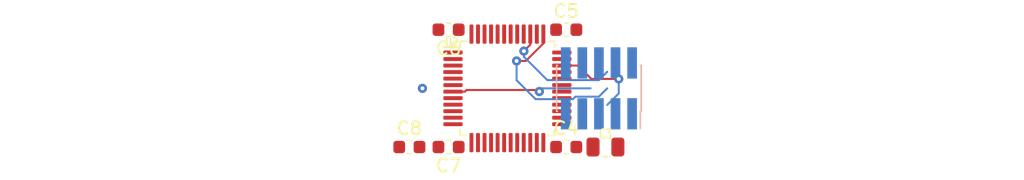
<source format=kicad_pcb>
(kicad_pcb (version 20240108) (generator "pcbnew") (generator_version "8.0")
  (layers (0 "F.Cu" signal "Front") (31 "B.Cu" signal "Back") (34 "B.Paste" user) (35 "F.Paste" user) (36 "B.SilkS" user "B.Silkscreen") (37 "F.SilkS" user "F.Silkscreen") (38 "B.Mask" user) (39 "F.Mask" user) (44 "Edge.Cuts" user))
  (net 0 "")
  (net 1 "usb.gnd")
  (net 2 "reg.pwr_out")
  (net 3 "led.signal")
  (net 4 "mcu.ic.osc.xtal_out")
  (net 5 "mcu.reset_node")
  (net 6 "mcu.ic.osc.xtal_in")
  (net 7 "mcu.swd.tdi")
  (net 8 "mcu.swd_node.swdio")
  (net 9 "mcu.swd_node.swclk")
  (net 10 "mcu.swd.swo")
  (net 11 "bad_new_net")
  (footprint "Capacitor_SMD:C_0603_1608Metric" (layer "F.Cu") (at 153 52.5)
    (property "Reference" "C8" (at 0 -1.43 0) (layer "F.SilkS"))
    (property "Value" "50V 1uF X5R ±10% 0603 Multilayer Ceramic Capacitors MLCC - SMD/SMT ROHS")
    (fp_line (start -0.14058 -0.51) (end 0.14058 -0.51) (stroke (width 0.12)) (layer "F.SilkS"))
    (fp_line (start -0.14058 0.51) (end 0.14058 0.51) (stroke (width 0.12)) (layer "F.SilkS"))
    (pad "1" smd roundrect (at -0.775 0) (size 0.9 0.95) (layers "F.Cu" "F.Paste" "F.Mask") (net 2 "reg.pwr_out"))
    (pad "2" smd roundrect (at 0.775 0) (size 0.9 0.95) (layers "F.Cu" "F.Paste" "F.Mask") (net 1 "usb.gnd"))
  )
  (footprint "Capacitor_SMD:C_0603_1608Metric" (layer "F.Cu") (at 156 43.5 180)
    (property "Reference" "C6" (at 0 -1.43 180) (layer "F.SilkS"))
    (property "Value" "50V 100nF X7R ±10% 0603 Multilayer Ceramic Capacitors MLCC - SMD/SMT ROHS")
    (fp_line (start -0.14058 0.51) (end 0.14058 0.51) (stroke (width 0.12)) (layer "F.SilkS"))
    (fp_line (start -0.14058 -0.51) (end 0.14058 -0.51) (stroke (width 0.12)) (layer "F.SilkS"))
    (pad "1" smd roundrect (at -0.775 0 180) (size 0.9 0.95) (layers "F.Cu" "F.Paste" "F.Mask") (net 2 "reg.pwr_out"))
    (pad "2" smd roundrect (at 0.775 0 180) (size 0.9 0.95) (layers "F.Cu" "F.Paste" "F.Mask") (net 1 "usb.gnd"))
  )
  (footprint "Capacitor_SMD:C_0805_2012Metric" (layer "F.Cu") (at 168 52.5)
    (property "Reference" "C3" (at 0 -1 0) (layer "F.SilkS") (effects (font (size 0.7 0.5) (thickness 0.1))))
    (property "Value" "25V 4.7uF X5R ±10% 0805 Multilayer Ceramic Capacitors MLCC - SMD/SMT ROHS")
    (fp_line (start -0.261252 -0.735) (end 0.261252 -0.735) (stroke (width 0.12)) (layer "F.SilkS"))
    (fp_line (start -0.261252 0.735) (end 0.261252 0.735) (stroke (width 0.12)) (layer "F.SilkS"))
    (pad "1" smd roundrect (at -0.95 0) (size 1 1.45) (layers "F.Cu" "F.Paste" "F.Mask") (net 2 "reg.pwr_out"))
    (pad "2" smd roundrect (at 0.95 0) (size 1 1.45) (layers "F.Cu" "F.Paste" "F.Mask") (net 1 "usb.gnd"))
  )
  (footprint "Package_QFP:LQFP-48_7x7mm_P0.5mm" (layer "F.Cu") (at 160.5 48)
    (property "Reference" "U2" (at -4.25 -3.5 0) (layer "F.SilkS") (effects (font (size 0.7 0.5) (thickness 0.1))))
    (property "Value" "STM32F103xxT6")
    (fp_line (start -3.61 -3.61) (end -3.61 -3.16) (stroke (width 0.12)) (layer "F.SilkS"))
    (fp_line (start -3.61 -3.16) (end -4.9 -3.16) (stroke (width 0.12)) (layer "F.SilkS"))
    (fp_line (start -3.61 3.61) (end -3.61 3.16) (stroke (width 0.12)) (layer "F.SilkS"))
    (fp_line (start -3.16 -3.61) (end -3.61 -3.61) (stroke (width 0.12)) (layer "F.SilkS"))
    (fp_line (start -3.16 3.61) (end -3.61 3.61) (stroke (width 0.12)) (layer "F.SilkS"))
    (fp_line (start 3.16 -3.61) (end 3.61 -3.61) (stroke (width 0.12)) (layer "F.SilkS"))
    (fp_line (start 3.16 3.61) (end 3.61 3.61) (stroke (width 0.12)) (layer "F.SilkS"))
    (fp_line (start 3.61 -3.61) (end 3.61 -3.16) (stroke (width 0.12)) (layer "F.SilkS"))
    (fp_line (start 3.61 3.61) (end 3.61 3.16) (stroke (width 0.12)) (layer "F.SilkS"))
    (pad "1" smd roundrect (at -4.1625 -2.75) (size 1.475 0.3) (layers "F.Cu" "F.Paste" "F.Mask") (net 2 "reg.pwr_out"))
    (pad "2" smd roundrect (at -4.1625 -2.25) (size 1.475 0.3) (layers "F.Cu" "F.Paste" "F.Mask"))
    (pad "3" smd roundrect (at -4.1625 -1.75) (size 1.475 0.3) (layers "F.Cu" "F.Paste" "F.Mask"))
    (pad "4" smd roundrect (at -4.1625 -1.25) (size 1.475 0.3) (layers "F.Cu" "F.Paste" "F.Mask"))
    (pad "5" smd roundrect (at -4.1625 -0.75) (size 1.475 0.3) (layers "F.Cu" "F.Paste" "F.Mask") (net 6 "mcu.ic.osc.xtal_in"))
    (pad "6" smd roundrect (at -4.1625 -0.25) (size 1.475 0.3) (layers "F.Cu" "F.Paste" "F.Mask") (net 4 "mcu.ic.osc.xtal_out"))
    (pad "7" smd roundrect (at -4.1625 0.25) (size 1.475 0.3) (layers "F.Cu" "F.Paste" "F.Mask") (net 5 "mcu.reset_node"))
    (pad "8" smd roundrect (at -4.1625 0.75) (size 1.475 0.3) (layers "F.Cu" "F.Paste" "F.Mask") (net 1 "usb.gnd"))
    (pad "9" smd roundrect (at -4.1625 1.25) (size 1.475 0.3) (layers "F.Cu" "F.Paste" "F.Mask") (net 2 "reg.pwr_out"))
    (pad "10" smd roundrect (at -4.1625 1.75) (size 1.475 0.3) (layers "F.Cu" "F.Paste" "F.Mask") (net 3 "led.signal"))
    (pad "11" smd roundrect (at -4.1625 2.25) (size 1.475 0.3) (layers "F.Cu" "F.Paste" "F.Mask"))
    (pad "12" smd roundrect (at -4.1625 2.75) (size 1.475 0.3) (layers "F.Cu" "F.Paste" "F.Mask"))
    (pad "13" smd roundrect (at -2.75 4.1625) (size 0.3 1.475) (layers "F.Cu" "F.Paste" "F.Mask"))
    (pad "14" smd roundrect (at -2.25 4.1625) (size 0.3 1.475) (layers "F.Cu" "F.Paste" "F.Mask"))
    (pad "15" smd roundrect (at -1.75 4.1625) (size 0.3 1.475) (layers "F.Cu" "F.Paste" "F.Mask"))
    (pad "16" smd roundrect (at -1.25 4.1625) (size 0.3 1.475) (layers "F.Cu" "F.Paste" "F.Mask"))
    (pad "17" smd roundrect (at -0.75 4.1625) (size 0.3 1.475) (layers "F.Cu" "F.Paste" "F.Mask"))
    (pad "18" smd roundrect (at -0.25 4.1625) (size 0.3 1.475) (layers "F.Cu" "F.Paste" "F.Mask"))
    (pad "19" smd roundrect (at 0.25 4.1625) (size 0.3 1.475) (layers "F.Cu" "F.Paste" "F.Mask"))
    (pad "20" smd roundrect (at 0.75 4.1625) (size 0.3 1.475) (layers "F.Cu" "F.Paste" "F.Mask"))
    (pad "21" smd roundrect (at 1.25 4.1625) (size 0.3 1.475) (layers "F.Cu" "F.Paste" "F.Mask"))
    (pad "22" smd roundrect (at 1.75 4.1625) (size 0.3 1.475) (layers "F.Cu" "F.Paste" "F.Mask"))
    (pad "23" smd roundrect (at 2.25 4.1625) (size 0.3 1.475) (layers "F.Cu" "F.Paste" "F.Mask") (net 1 "usb.gnd"))
    (pad "24" smd roundrect (at 2.75 4.1625) (size 0.3 1.475) (layers "F.Cu" "F.Paste" "F.Mask") (net 2 "reg.pwr_out"))
    (pad "25" smd roundrect (at 4.1625 2.75) (size 1.475 0.3) (layers "F.Cu" "F.Paste" "F.Mask"))
    (pad "26" smd roundrect (at 4.1625 2.25) (size 1.475 0.3) (layers "F.Cu" "F.Paste" "F.Mask"))
    (pad "27" smd roundrect (at 4.1625 1.75) (size 1.475 0.3) (layers "F.Cu" "F.Paste" "F.Mask"))
    (pad "28" smd roundrect (at 4.1625 1.25) (size 1.475 0.3) (layers "F.Cu" "F.Paste" "F.Mask"))
    (pad "29" smd roundrect (at 4.1625 0.75) (size 1.475 0.3) (layers "F.Cu" "F.Paste" "F.Mask"))
    (pad "30" smd roundrect (at 4.1625 0.25) (size 1.475 0.3) (layers "F.Cu" "F.Paste" "F.Mask"))
    (pad "31" smd roundrect (at 4.1625 -0.25) (size 1.475 0.3) (layers "F.Cu" "F.Paste" "F.Mask"))
    (pad "32" smd roundrect (at 4.1625 -0.75) (size 1.475 0.3) (layers "F.Cu" "F.Paste" "F.Mask"))
    (pad "33" smd roundrect (at 4.1625 -1.25) (size 1.475 0.3) (layers "F.Cu" "F.Paste" "F.Mask"))
    (pad "34" smd roundrect (at 4.1625 -1.75) (size 1.475 0.3) (layers "F.Cu" "F.Paste" "F.Mask") (net 8 "mcu.swd_node.swdio"))
    (pad "35" smd roundrect (at 4.1625 -2.25) (size 1.475 0.3) (layers "F.Cu" "F.Paste" "F.Mask") (net 1 "usb.gnd"))
    (pad "36" smd roundrect (at 4.1625 -2.75) (size 1.475 0.3) (layers "F.Cu" "F.Paste" "F.Mask") (net 2 "reg.pwr_out"))
    (pad "37" smd roundrect (at 2.75 -4.1625) (size 0.3 1.475) (layers "F.Cu" "F.Paste" "F.Mask") (net 9 "mcu.swd_node.swclk"))
    (pad "38" smd roundrect (at 2.25 -4.1625) (size 0.3 1.475) (layers "F.Cu" "F.Paste" "F.Mask"))
    (pad "39" smd roundrect (at 1.75 -4.1625) (size 0.3 1.475) (layers "F.Cu" "F.Paste" "F.Mask"))
    (pad "40" smd roundrect (at 1.25 -4.1625) (size 0.3 1.475) (layers "F.Cu" "F.Paste" "F.Mask"))
    (pad "41" smd roundrect (at 0.75 -4.1625) (size 0.3 1.475) (layers "F.Cu" "F.Paste" "F.Mask"))
    (pad "42" smd roundrect (at 0.25 -4.1625) (size 0.3 1.475) (layers "F.Cu" "F.Paste" "F.Mask"))
    (pad "43" smd roundrect (at -0.25 -4.1625) (size 0.3 1.475) (layers "F.Cu" "F.Paste" "F.Mask"))
    (pad "44" smd roundrect (at -0.75 -4.1625) (size 0.3 1.475) (layers "F.Cu" "F.Paste" "F.Mask") (net 1 "usb.gnd"))
    (pad "45" smd roundrect (at -1.25 -4.1625) (size 0.3 1.475) (layers "F.Cu" "F.Paste" "F.Mask"))
    (pad "46" smd roundrect (at -1.75 -4.1625) (size 0.3 1.475) (layers "F.Cu" "F.Paste" "F.Mask"))
    (pad "47" smd roundrect (at -2.25 -4.1625) (size 0.3 1.475) (layers "F.Cu" "F.Paste" "F.Mask") (net 1 "usb.gnd"))
    (pad "48" smd roundrect (at -2.75 -4.1625) (size 0.3 1.475) (layers "F.Cu" "F.Paste" "F.Mask") (net 2 "reg.pwr_out"))
  )
  (footprint "Capacitor_SMD:C_0603_1608Metric" (layer "F.Cu") (at 165 43.5)
    (property "Reference" "C5" (at 0 -1.43 0) (layer "F.SilkS"))
    (property "Value" "50V 100nF X7R ±10% 0603 Multilayer Ceramic Capacitors MLCC - SMD/SMT ROHS")
    (fp_line (start -0.14058 -0.51) (end 0.14058 -0.51) (stroke (width 0.12)) (layer "F.SilkS"))
    (fp_line (start -0.14058 0.51) (end 0.14058 0.51) (stroke (width 0.12)) (layer "F.SilkS"))
    (pad "1" smd roundrect (at -0.775 0) (size 0.9 0.95) (layers "F.Cu" "F.Paste" "F.Mask") (net 2 "reg.pwr_out"))
    (pad "2" smd roundrect (at 0.775 0) (size 0.9 0.95) (layers "F.Cu" "F.Paste" "F.Mask") (net 1 "usb.gnd"))
  )
  (footprint "Capacitor_SMD:C_0603_1608Metric" (layer "F.Cu") (at 156 52.5 180)
    (property "Reference" "C7" (at 0 -1.43 180) (layer "F.SilkS"))
    (property "Value" "50V 10nF X7R ±10% 0603 Multilayer Ceramic Capacitors MLCC - SMD/SMT ROHS")
    (fp_line (start -0.14058 0.51) (end 0.14058 0.51) (stroke (width 0.12)) (layer "F.SilkS"))
    (fp_line (start -0.14058 -0.51) (end 0.14058 -0.51) (stroke (width 0.12)) (layer "F.SilkS"))
    (pad "1" smd roundrect (at -0.775 0 180) (size 0.9 0.95) (layers "F.Cu" "F.Paste" "F.Mask") (net 2 "reg.pwr_out"))
    (pad "2" smd roundrect (at 0.775 0 180) (size 0.9 0.95) (layers "F.Cu" "F.Paste" "F.Mask") (net 1 "usb.gnd"))
  )
  (footprint "Capacitor_SMD:C_0603_1608Metric" (layer "F.Cu") (at 165 52.5)
    (property "Reference" "C4" (at 0 -1.43 0) (layer "F.SilkS"))
    (property "Value" "50V 100nF X7R ±10% 0603 Multilayer Ceramic Capacitors MLCC - SMD/SMT ROHS")
    (fp_line (start -0.14058 -0.51) (end 0.14058 -0.51) (stroke (width 0.12)) (layer "F.SilkS"))
    (fp_line (start -0.14058 0.51) (end 0.14058 0.51) (stroke (width 0.12)) (layer "F.SilkS"))
    (pad "1" smd roundrect (at -0.775 0) (size 0.9 0.95) (layers "F.Cu" "F.Paste" "F.Mask") (net 2 "reg.pwr_out"))
    (pad "2" smd roundrect (at 0.775 0) (size 0.9 0.95) (layers "F.Cu" "F.Paste" "F.Mask") (net 1 "usb.gnd"))
  )
  (footprint "Connector_PinHeader_1.27mm:PinHeader_2x05_P1.27mm_Vertical_SMD" (layer "B.Cu") (at 167.5 48 90)
    (property "Reference" "J2" (hide yes))
    (property "Value" "PinHeader1.27 Shrouded 2x5")
    (fp_line (start 1.765 -3.235) (end -1.765 -3.235) (stroke (width 0.12)) (layer "B.SilkS"))
    (fp_line (start 1.765 -3.235) (end 1.765 -3.17) (stroke (width 0.12)) (layer "B.SilkS"))
    (fp_line (start -1.765 -3.235) (end -1.765 -3.17) (stroke (width 0.12)) (layer "B.SilkS"))
    (fp_line (start 1.765 3.17) (end 1.765 3.235) (stroke (width 0.12)) (layer "B.SilkS"))
    (fp_line (start -1.765 3.17) (end -3.09 3.17) (stroke (width 0.12)) (layer "B.SilkS"))
    (fp_line (start -1.765 3.17) (end -1.765 3.235) (stroke (width 0.12)) (layer "B.SilkS"))
    (fp_line (start 1.765 3.235) (end -1.765 3.235) (stroke (width 0.12)) (layer "B.SilkS"))
    (pad "1" smd rect (at -1.95 2.54 90) (size 2.4 0.74) (layers "B.Cu" "B.Paste" "B.Mask") (net 2 "reg.pwr_out"))
    (pad "2" smd rect (at 1.95 2.54 90) (size 2.4 0.74) (layers "B.Cu" "B.Paste" "B.Mask") (net 8 "mcu.swd_node.swdio"))
    (pad "3" smd rect (at -1.95 1.27 90) (size 2.4 0.74) (layers "B.Cu" "B.Paste" "B.Mask") (net 1 "usb.gnd"))
    (pad "4" smd rect (at 1.95 1.27 90) (size 2.4 0.74) (layers "B.Cu" "B.Paste" "B.Mask") (net 9 "mcu.swd_node.swclk"))
    (pad "5" smd rect (at -1.95 0 90) (size 2.4 0.74) (layers "B.Cu" "B.Paste" "B.Mask") (net 1 "usb.gnd"))
    (pad "6" smd rect (at 1.95 0 90) (size 2.4 0.74) (layers "B.Cu" "B.Paste" "B.Mask") (net 10 "mcu.swd.swo"))
    (pad "7" smd rect (at -1.95 -1.27 90) (size 2.4 0.74) (layers "B.Cu" "B.Paste" "B.Mask"))
    (pad "8" smd rect (at 1.95 -1.27 90) (size 2.4 0.74) (layers "B.Cu" "B.Paste" "B.Mask") (net 7 "mcu.swd.tdi"))
    (pad "9" smd rect (at -1.95 -2.54 90) (size 2.4 0.74) (layers "B.Cu" "B.Paste" "B.Mask") (net 1 "usb.gnd"))
    (pad "10" smd rect (at 1.95 -2.54 90) (size 2.4 0.74) (layers "B.Cu" "B.Paste" "B.Mask") (net 5 "mcu.reset_node"))
  )
  (segment (start 157.25 48.25) (end 156.3375 48.25) (width 0.15) (layer "F.Cu") (net 5))
  (segment (start 157.3745 48.1255) (end 157.25 48.25) (width 0.15) (layer "F.Cu") (net 5))
  (segment (start 162.9414 48.2437) (end 162.8232 48.1255) (width 0.15) (layer "F.Cu") (net 5))
  (segment (start 162.8232 48.1255) (end 157.3745 48.1255) (width 0.15) (layer "F.Cu") (net 5))
  (via (at 162.9414 48.2437) (size 0.7) (drill 0.3) (layers "F.Cu" "B.Cu") (net 5))
  (segment (start 162.9414 48.2437) (end 163.1851 48) (width 0.15) (layer "B.Cu") (net 5))
  (segment (start 163.1851 48) (end 166.865 48) (width 0.15) (layer "B.Cu") (net 5))
  (segment (start 169.0153 47.2768) (end 166.9227 47.2768) (width 0.15) (layer "F.Cu") (net 8))
  (segment (start 166.9227 47.2768) (end 165.8959 46.25) (width 0.15) (layer "F.Cu") (net 8))
  (segment (start 165.8959 46.25) (end 164.6625 46.25) (width 0.15) (layer "F.Cu") (net 8))
  (via (at 169.0153 47.2768) (size 0.7) (drill 0.3) (layers "F.Cu" "B.Cu") (net 8))
  (segment (start 168.135 49.27) (end 169.0153 48.3897) (width 0.15) (layer "B.Cu") (net 8))
  (segment (start 169.0153 48.3897) (end 169.0153 47.2768) (width 0.15) (layer "B.Cu") (net 8))
  (segment (start 163.25 44.555) (end 161.9074 45.8976) (width 0.15) (layer "F.Cu") (net 9))
  (segment (start 163.25 43.8375) (end 163.25 44.555) (width 0.15) (layer "F.Cu") (net 9))
  (segment (start 161.9074 45.8976) (end 161.2022 45.8976) (width 0.15) (layer "F.Cu") (net 9))
  (via (at 161.2022 45.8976) (size 0.7) (drill 0.3) (layers "F.Cu" "B.Cu") (net 9))
  (segment (start 167.5 48.635) (end 165.6999 48.635) (width 0.15) (layer "B.Cu") (net 9))
  (segment (start 162.6548 48.8296) (end 161.2022 47.377) (width 0.15) (layer "B.Cu") (net 9))
  (segment (start 165.6999 48.635) (end 165.5053 48.8296) (width 0.15) (layer "B.Cu") (net 9))
  (segment (start 168.135 48) (end 167.5 48.635) (width 0.15) (layer "B.Cu") (net 9))
  (segment (start 165.5053 48.8296) (end 162.6548 48.8296) (width 0.15) (layer "B.Cu") (net 9))
  (segment (start 161.2022 47.377) (end 161.2022 45.8976) (width 0.15) (layer "B.Cu") (net 9))
  (segment (start 161.7598 45.1416) (end 162.25 44.6514) (width 0.15) (layer "F.Cu") (net 10))
  (segment (start 162.25 44.6514) (end 162.25 43.8375) (width 0.15) (layer "F.Cu") (net 10))
  (via (at 161.7598 45.1416) (size 0.7) (drill 0.3) (layers "F.Cu" "B.Cu") (net 10))
  (segment (start 163.5503 47.365) (end 161.7598 45.5745) (width 0.15) (layer "B.Cu") (net 10))
  (segment (start 167.5 47.365) (end 163.5503 47.365) (width 0.15) (layer "B.Cu") (net 10))
  (segment (start 168.135 46.73) (end 167.5 47.365) (width 0.15) (layer "B.Cu") (net 10))
  (segment (start 161.7598 45.5745) (end 161.7598 45.1416) (width 0.15) (layer "B.Cu") (net 10))
  (via (at 154 48) (size 0.7) (drill 0.3) (layers "F.Cu" "B.Cu") (net 11))
)
</source>
